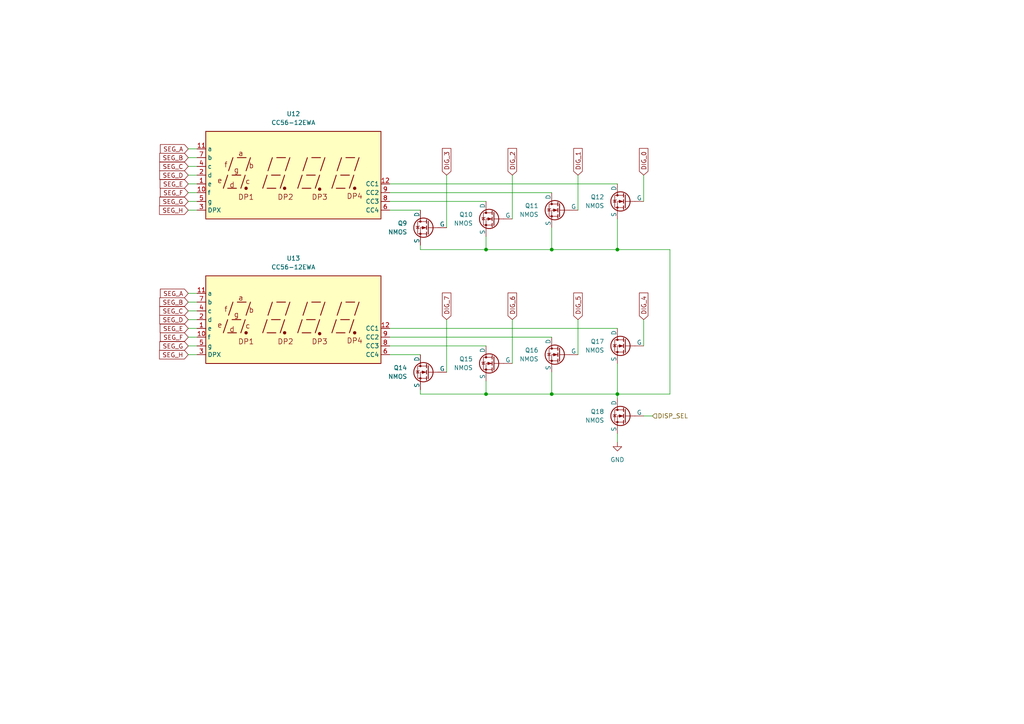
<source format=kicad_sch>
(kicad_sch (version 20231120) (generator "eeschema") (generator_version "8.0")
  (paper "A4")
  (lib_symbols
    (symbol "Display_Character:CC56-12EWA"
      (property "Reference" "U" (at -24.13 13.97 0))
      (property "Value" "CC56-12EWA" (at 19.05 13.97 0))
      (symbol "CC56-12EWA_0_0"
        (rectangle (start -25.4 12.7) (end 25.4 -12.7) (stroke (width 0.254)) (fill (type background)))
        (polyline (pts (xy -20.32 -3.81) (xy -19.05 0)) (stroke (width 0.254)))
        (polyline (pts (xy -19.05 -3.81) (xy -16.51 -3.81)) (stroke (width 0.254)))
        (polyline (pts (xy -18.796 1.27) (xy -17.526 5.08)) (stroke (width 0.254)))
        (polyline (pts (xy -17.78 0) (xy -15.24 0)) (stroke (width 0.254)))
        (polyline (pts (xy -16.256 5.08) (xy -13.716 5.08)) (stroke (width 0.254)))
        (polyline (pts (xy -15.24 -3.81) (xy -13.97 0)) (stroke (width 0.254)))
        (polyline (pts (xy -13.716 1.27) (xy -12.446 5.08)) (stroke (width 0.254)))
        (polyline (pts (xy -8.89 -3.81) (xy -7.62 0)) (stroke (width 0.254)))
        (polyline (pts (xy -7.62 -3.81) (xy -5.08 -3.81)) (stroke (width 0.254)))
        (polyline (pts (xy -7.366 1.27) (xy -6.096 5.08)) (stroke (width 0.254)))
        (polyline (pts (xy -6.35 0) (xy -3.81 0)) (stroke (width 0.254)))
        (polyline (pts (xy -4.826 5.08) (xy -2.286 5.08)) (stroke (width 0.254)))
        (polyline (pts (xy -3.81 -3.81) (xy -2.54 0)) (stroke (width 0.254)))
        (polyline (pts (xy -2.286 1.27) (xy -1.016 5.08)) (stroke (width 0.254)))
        (polyline (pts (xy 1.27 -3.81) (xy 2.54 0)) (stroke (width 0.254)))
        (polyline (pts (xy 2.54 -3.81) (xy 5.08 -3.81)) (stroke (width 0.254)))
        (polyline (pts (xy 2.794 1.27) (xy 4.064 5.08)) (stroke (width 0.254)))
        (polyline (pts (xy 3.81 0) (xy 6.35 0)) (stroke (width 0.254)))
        (polyline (pts (xy 5.334 5.08) (xy 7.874 5.08)) (stroke (width 0.254)))
        (polyline (pts (xy 6.35 -3.81) (xy 7.62 0)) (stroke (width 0.254)))
        (polyline (pts (xy 7.874 1.27) (xy 9.144 5.08)) (stroke (width 0.254)))
        (polyline (pts (xy 11.176 -3.81) (xy 12.446 0)) (stroke (width 0.254)))
        (polyline (pts (xy 12.446 -3.81) (xy 14.986 -3.81)) (stroke (width 0.254)))
        (polyline (pts (xy 12.7 1.27) (xy 13.97 5.08)) (stroke (width 0.254)))
        (polyline (pts (xy 13.716 0) (xy 16.256 0)) (stroke (width 0.254)))
        (polyline (pts (xy 15.24 5.08) (xy 17.78 5.08)) (stroke (width 0.254)))
        (polyline (pts (xy 16.256 -3.81) (xy 17.526 0)) (stroke (width 0.254)))
        (polyline (pts (xy 17.78 1.27) (xy 19.05 5.08)) (stroke (width 0.254)))
        (text "a" (at -15.24 6.35 0) (effects (font (size 1.524 1.524))))
        (text "b" (at -12.192 2.794 0) (effects (font (size 1.524 1.524))))
        (text "c" (at -13.208 -1.778 0) (effects (font (size 1.524 1.524))))
        (text "d" (at -17.78 -2.794 0) (effects (font (size 1.524 1.524))))
        (text "DP1" (at -13.716 -6.35 0) (effects (font (size 1.524 1.524))))
        (text "DP2" (at -2.286 -6.35 0) (effects (font (size 1.524 1.524))))
        (text "DP3" (at 7.62 -6.35 0) (effects (font (size 1.524 1.524))))
        (text "DP4" (at 17.78 -6.096 0) (effects (font (size 1.524 1.524))))
        (text "e" (at -21.336 -1.524 0) (effects (font (size 1.524 1.524))))
        (text "f" (at -19.558 3.048 0) (effects (font (size 1.524 1.524))))
        (text "g" (at -16.51 1.524 0) (effects (font (size 1.524 1.524))))
      )
      (symbol "CC56-12EWA_0_1"
        (circle (center -13.716 -3.81) (radius 0.3556) (stroke (width 0.254)) (fill (type outline)))
        (circle (center -2.54 -3.81) (radius 0.3556) (stroke (width 0.254)) (fill (type outline)))
      )
      (symbol "CC56-12EWA_1_0"
        (circle (center 7.62 -4.064) (radius 0.3556) (stroke (width 0.254)) (fill (type outline)))
        (circle (center 17.78 -3.81) (radius 0.3556) (stroke (width 0.254)) (fill (type outline)))
      )
      (symbol "CC56-12EWA_1_1"
        (pin input line (at -27.94 -2.54 0) (length 2.54) (name "e") (number "1"))
        (pin input line (at -27.94 -5.08 0) (length 2.54) (name "f") (number "10"))
        (pin input line (at -27.94 7.62 0) (length 2.54) (name "a") (number "11"))
        (pin input line (at 27.94 -2.54 180) (length 2.54) (name "CC1") (number "12"))
        (pin input line (at -27.94 0 0) (length 2.54) (name "d") (number "2"))
        (pin input line (at -27.94 -10.16 0) (length 2.54) (name "DPX") (number "3"))
        (pin input line (at -27.94 2.54 0) (length 2.54) (name "c") (number "4"))
        (pin input line (at -27.94 -7.62 0) (length 2.54) (name "g") (number "5"))
        (pin input line (at 27.94 -10.16 180) (length 2.54) (name "CC4") (number "6"))
        (pin input line (at -27.94 5.08 0) (length 2.54) (name "b") (number "7"))
        (pin input line (at 27.94 -7.62 180) (length 2.54) (name "CC3") (number "8"))
        (pin input line (at 27.94 -5.08 180) (length 2.54) (name "CC2") (number "9"))
      )
    )
    (symbol "Simulation_SPICE:NMOS" (pin_numbers hide) (pin_names (offset 0))
      (property "Reference" "Q" (at 5.08 1.27 0))
      (property "Value" "NMOS" (at 5.08 -1.27 0))
      (symbol "NMOS_0_1"
        (polyline (pts (xy 0.254 0) (xy -2.54 0)))
        (polyline (pts (xy 0.254 1.905) (xy 0.254 -1.905)) (stroke (width 0.254)))
        (polyline (pts (xy 0.762 -1.27) (xy 0.762 -2.286)) (stroke (width 0.254)))
        (polyline (pts (xy 0.762 0.508) (xy 0.762 -0.508)) (stroke (width 0.254)))
        (polyline (pts (xy 0.762 2.286) (xy 0.762 1.27)) (stroke (width 0.254)))
        (polyline (pts (xy 2.54 2.54) (xy 2.54 1.778)))
        (polyline (pts (xy 2.54 -2.54) (xy 2.54 0) (xy 0.762 0)))
        (polyline (pts (xy 0.762 -1.778) (xy 3.302 -1.778) (xy 3.302 1.778) (xy 0.762 1.778)))
        (polyline (pts (xy 1.016 0) (xy 2.032 0.381) (xy 2.032 -0.381) (xy 1.016 0)) (fill (type outline)))
        (polyline (pts (xy 2.794 0.508) (xy 2.921 0.381) (xy 3.683 0.381) (xy 3.81 0.254)))
        (polyline (pts (xy 3.302 0.381) (xy 2.921 -0.254) (xy 3.683 -0.254) (xy 3.302 0.381)))
        (circle (center 1.651 0) (radius 2.794) (stroke (width 0.254)))
        (circle (center 2.54 -1.778) (radius 0.254) (fill (type outline)))
        (circle (center 2.54 1.778) (radius 0.254) (fill (type outline)))
      )
      (symbol "NMOS_1_1"
        (pin passive line (at 2.54 5.08 270) (length 2.54) (name "D") (number "1"))
        (pin input line (at -5.08 0 0) (length 2.54) (name "G") (number "2"))
        (pin passive line (at 2.54 -5.08 90) (length 2.54) (name "S") (number "3"))
      )
    )
    (symbol "power:GND" (power) (pin_names (offset 0))
      (property "Value" "GND" (at 0 -3.81 0))
      (symbol "GND_0_1"
        (polyline (pts (xy 0 0) (xy 0 -1.27) (xy 1.27 -1.27) (xy 0 -2.54) (xy -1.27 -1.27) (xy 0 -1.27)))
      )
      (symbol "GND_1_1"
        (pin power_in line (at 0 0 270) (length 0) hide (name "GND") (number "1"))
      )
    )
  )
  (junction (at 179.07 72.39))
  (junction (at 179.07 114.3))
  (junction (at 140.97 114.3))
  (junction (at 160.02 72.39))
  (junction (at 140.97 72.39))
  (junction (at 160.02 114.3))
  (wire (pts (xy 179.07 125.73) (xy 179.07 128.27)))
  (wire (pts (xy 160.02 114.3) (xy 140.97 114.3)))
  (wire (pts (xy 54.61 60.96) (xy 57.15 60.96)))
  (wire (pts (xy 148.59 92.71) (xy 148.59 105.41)))
  (wire (pts (xy 113.03 102.87) (xy 121.92 102.87)))
  (wire (pts (xy 54.61 85.09) (xy 57.15 85.09)))
  (wire (pts (xy 121.92 72.39) (xy 140.97 72.39)))
  (wire (pts (xy 54.61 92.71) (xy 57.15 92.71)))
  (wire (pts (xy 129.54 92.71) (xy 129.54 107.95)))
  (wire (pts (xy 54.61 95.25) (xy 57.15 95.25)))
  (wire (pts (xy 113.03 58.42) (xy 140.97 58.42)))
  (wire (pts (xy 54.61 58.42) (xy 57.15 58.42)))
  (wire (pts (xy 113.03 95.25) (xy 179.07 95.25)))
  (wire (pts (xy 160.02 107.95) (xy 160.02 114.3)))
  (wire (pts (xy 194.31 114.3) (xy 179.07 114.3)))
  (wire (pts (xy 186.69 92.71) (xy 186.69 100.33)))
  (wire (pts (xy 167.64 50.8) (xy 167.64 60.96)))
  (wire (pts (xy 179.07 72.39) (xy 194.31 72.39)))
  (wire (pts (xy 121.92 114.3) (xy 140.97 114.3)))
  (wire (pts (xy 54.61 43.18) (xy 57.15 43.18)))
  (wire (pts (xy 54.61 50.8) (xy 57.15 50.8)))
  (wire (pts (xy 54.61 45.72) (xy 57.15 45.72)))
  (wire (pts (xy 140.97 68.58) (xy 140.97 72.39)))
  (wire (pts (xy 54.61 48.26) (xy 57.15 48.26)))
  (wire (pts (xy 160.02 66.04) (xy 160.02 72.39)))
  (wire (pts (xy 186.69 50.8) (xy 186.69 58.42)))
  (wire (pts (xy 179.07 115.57) (xy 179.07 114.3)))
  (wire (pts (xy 113.03 100.33) (xy 140.97 100.33)))
  (wire (pts (xy 54.61 102.87) (xy 57.15 102.87)))
  (wire (pts (xy 148.59 50.8) (xy 148.59 63.5)))
  (wire (pts (xy 113.03 60.96) (xy 121.92 60.96)))
  (wire (pts (xy 179.07 114.3) (xy 160.02 114.3)))
  (wire (pts (xy 54.61 87.63) (xy 57.15 87.63)))
  (wire (pts (xy 113.03 97.79) (xy 160.02 97.79)))
  (wire (pts (xy 54.61 55.88) (xy 57.15 55.88)))
  (wire (pts (xy 54.61 53.34) (xy 57.15 53.34)))
  (wire (pts (xy 113.03 55.88) (xy 160.02 55.88)))
  (wire (pts (xy 129.54 50.8) (xy 129.54 66.04)))
  (wire (pts (xy 179.07 63.5) (xy 179.07 72.39)))
  (wire (pts (xy 179.07 105.41) (xy 179.07 114.3)))
  (wire (pts (xy 54.61 100.33) (xy 57.15 100.33)))
  (wire (pts (xy 194.31 72.39) (xy 194.31 114.3)))
  (wire (pts (xy 121.92 113.03) (xy 121.92 114.3)))
  (wire (pts (xy 167.64 92.71) (xy 167.64 102.87)))
  (wire (pts (xy 160.02 72.39) (xy 140.97 72.39)))
  (wire (pts (xy 121.92 71.12) (xy 121.92 72.39)))
  (wire (pts (xy 186.69 120.65) (xy 189.23 120.65)))
  (wire (pts (xy 54.61 90.17) (xy 57.15 90.17)))
  (wire (pts (xy 54.61 97.79) (xy 57.15 97.79)))
  (wire (pts (xy 140.97 110.49) (xy 140.97 114.3)))
  (wire (pts (xy 179.07 72.39) (xy 160.02 72.39)))
  (wire (pts (xy 113.03 53.34) (xy 179.07 53.34)))
  (global_label "SEG_D" (shape input) (at 54.61 92.71 180) (property "Intersheetrefs" "${INTERSHEET_REFS}" (effects (hide yes))))
  (global_label "SEG_C" (shape input) (at 54.61 90.17 180) (property "Intersheetrefs" "${INTERSHEET_REFS}" (effects (hide yes))))
  (global_label "SEG_C" (shape input) (at 54.61 48.26 180) (property "Intersheetrefs" "${INTERSHEET_REFS}" (effects (hide yes))))
  (global_label "DIG_7" (shape input) (at 129.54 92.71 90) (property "Intersheetrefs" "${INTERSHEET_REFS}" (effects (hide yes))))
  (global_label "SEG_A" (shape input) (at 54.61 85.09 180) (property "Intersheetrefs" "${INTERSHEET_REFS}" (effects (hide yes))))
  (global_label "DIG_1" (shape input) (at 167.64 50.8 90) (property "Intersheetrefs" "${INTERSHEET_REFS}" (effects (hide yes))))
  (global_label "SEG_D" (shape input) (at 54.61 50.8 180) (property "Intersheetrefs" "${INTERSHEET_REFS}" (effects (hide yes))))
  (global_label "SEG_G" (shape input) (at 54.61 58.42 180) (property "Intersheetrefs" "${INTERSHEET_REFS}" (effects (hide yes))))
  (global_label "SEG_G" (shape input) (at 54.61 100.33 180) (property "Intersheetrefs" "${INTERSHEET_REFS}" (effects (hide yes))))
  (global_label "SEG_E" (shape input) (at 54.61 95.25 180) (property "Intersheetrefs" "${INTERSHEET_REFS}" (effects (hide yes))))
  (global_label "DIG_3" (shape input) (at 129.54 50.8 90) (property "Intersheetrefs" "${INTERSHEET_REFS}" (effects (hide yes))))
  (global_label "SEG_F" (shape input) (at 54.61 97.79 180) (property "Intersheetrefs" "${INTERSHEET_REFS}" (effects (hide yes))))
  (global_label "DIG_6" (shape input) (at 148.59 92.71 90) (property "Intersheetrefs" "${INTERSHEET_REFS}" (effects (hide yes))))
  (global_label "SEG_H" (shape input) (at 54.61 60.96 180) (property "Intersheetrefs" "${INTERSHEET_REFS}" (effects (hide yes))))
  (global_label "DIG_4" (shape input) (at 186.69 92.71 90) (property "Intersheetrefs" "${INTERSHEET_REFS}" (effects (hide yes))))
  (global_label "SEG_E" (shape input) (at 54.61 53.34 180) (property "Intersheetrefs" "${INTERSHEET_REFS}" (effects (hide yes))))
  (global_label "DIG_0" (shape input) (at 186.69 50.8 90) (property "Intersheetrefs" "${INTERSHEET_REFS}" (effects (hide yes))))
  (global_label "SEG_H" (shape input) (at 54.61 102.87 180) (property "Intersheetrefs" "${INTERSHEET_REFS}" (effects (hide yes))))
  (global_label "SEG_A" (shape input) (at 54.61 43.18 180) (property "Intersheetrefs" "${INTERSHEET_REFS}" (effects (hide yes))))
  (global_label "SEG_F" (shape input) (at 54.61 55.88 180) (property "Intersheetrefs" "${INTERSHEET_REFS}" (effects (hide yes))))
  (global_label "DIG_5" (shape input) (at 167.64 92.71 90) (property "Intersheetrefs" "${INTERSHEET_REFS}" (effects (hide yes))))
  (global_label "DIG_2" (shape input) (at 148.59 50.8 90) (property "Intersheetrefs" "${INTERSHEET_REFS}" (effects (hide yes))))
  (global_label "SEG_B" (shape input) (at 54.61 87.63 180) (property "Intersheetrefs" "${INTERSHEET_REFS}" (effects (hide yes))))
  (global_label "SEG_B" (shape input) (at 54.61 45.72 180) (property "Intersheetrefs" "${INTERSHEET_REFS}" (effects (hide yes))))
  (hierarchical_label "DISP_SEL" (shape input) (at 189.23 120.65 0))
  (symbol (lib_id "Simulation_SPICE:NMOS") (at 143.51 105.41 0) (mirror y) (unit 1)
    (property "Reference" "Q15" (at 137.16 104.14 0) (effects (justify left)))
    (property "Value" "NMOS" (at 137.16 106.68 0) (effects (justify left)))
    (property "Footprint" "Custom_Library:SOT-23N" (effects (hide yes)))
    (property "Datasheet" "https://ngspice.sourceforge.io/docs/ngspice-manual.pdf" (effects (hide yes)))
    (property "Sim.Device" "NMOS" (effects (hide yes)))
    (property "Sim.Type" "VDMOS" (effects (hide yes)))
    (property "Sim.Pins" "1=D 2=G 3=S" (effects (hide yes)))
    (instances (project "Claculator_Display" (path "" (reference "Q15") (unit 1)) (path "" (reference "Q21") (unit 1)) (path "" (reference "Q30") (unit 1)) (path "" (reference "Q39") (unit 1)) (path "" (reference "Q48") (unit 1)) (path "" (reference "Q57") (unit 1)) (path "" (reference "Q66") (unit 1)) (path "" (reference "Q75") (unit 1))))
  )
  (symbol (lib_id "Simulation_SPICE:NMOS") (at 162.56 60.96 0) (mirror y) (unit 1)
    (property "Reference" "Q11" (at 156.21 59.69 0) (effects (justify left)))
    (property "Value" "NMOS" (at 156.21 62.23 0) (effects (justify left)))
    (property "Footprint" "Custom_Library:SOT-23N" (effects (hide yes)))
    (property "Datasheet" "https://ngspice.sourceforge.io/docs/ngspice-manual.pdf" (effects (hide yes)))
    (property "Sim.Device" "NMOS" (effects (hide yes)))
    (property "Sim.Type" "VDMOS" (effects (hide yes)))
    (property "Sim.Pins" "1=D 2=G 3=S" (effects (hide yes)))
    (instances (project "Claculator_Display" (path "" (reference "Q11") (unit 1)) (path "" (reference "Q22") (unit 1)) (path "" (reference "Q31") (unit 1)) (path "" (reference "Q40") (unit 1)) (path "" (reference "Q49") (unit 1)) (path "" (reference "Q58") (unit 1)) (path "" (reference "Q67") (unit 1)) (path "" (reference "Q76") (unit 1))))
  )
  (symbol (lib_id "power:GND") (at 179.07 128.27 0) (unit 1)
    (property "Reference" "#PWR042" (effects (hide yes)))
    (property "Value" "GND" (at 179.07 133.35 0))
    (instances (project "Claculator_Display" (path "" (reference "#PWR042") (unit 1)) (path "" (reference "#PWR049") (unit 1)) (path "" (reference "#PWR050") (unit 1)) (path "" (reference "#PWR051") (unit 1)) (path "" (reference "#PWR052") (unit 1)) (path "" (reference "#PWR053") (unit 1)) (path "" (reference "#PWR054") (unit 1)) (path "" (reference "#PWR055") (unit 1))))
  )
  (symbol (lib_id "Simulation_SPICE:NMOS") (at 181.61 100.33 0) (mirror y) (unit 1)
    (property "Reference" "Q17" (at 175.26 99.06 0) (effects (justify left)))
    (property "Value" "NMOS" (at 175.26 101.6 0) (effects (justify left)))
    (property "Footprint" "Custom_Library:SOT-23N" (effects (hide yes)))
    (property "Datasheet" "https://ngspice.sourceforge.io/docs/ngspice-manual.pdf" (effects (hide yes)))
    (property "Sim.Device" "NMOS" (effects (hide yes)))
    (property "Sim.Type" "VDMOS" (effects (hide yes)))
    (property "Sim.Pins" "1=D 2=G 3=S" (effects (hide yes)))
    (instances (project "Claculator_Display" (path "" (reference "Q17") (unit 1)) (path "" (reference "Q25") (unit 1)) (path "" (reference "Q34") (unit 1)) (path "" (reference "Q43") (unit 1)) (path "" (reference "Q52") (unit 1)) (path "" (reference "Q61") (unit 1)) (path "" (reference "Q70") (unit 1)) (path "" (reference "Q79") (unit 1))))
  )
  (symbol (lib_id "Display_Character:CC56-12EWA") (at 85.09 92.71 0) (unit 1)
    (property "Reference" "U13" (at 85.09 74.93 0))
    (property "Value" "CC56-12EWA" (at 85.09 77.47 0))
    (property "Footprint" "Display_7Segment:CA56-12EWA" (effects (hide yes)))
    (property "Datasheet" "http://www.kingbrightusa.com/images/catalog/SPEC/CA56-12EWA.pdf" (effects (hide yes)))
    (instances (project "Claculator_Display" (path "" (reference "U13") (unit 1)) (path "" (reference "U19") (unit 1)) (path "" (reference "U21") (unit 1)) (path "" (reference "U23") (unit 1)) (path "" (reference "U25") (unit 1)) (path "" (reference "U27") (unit 1)) (path "" (reference "U29") (unit 1)) (path "" (reference "U31") (unit 1))))
  )
  (symbol (lib_id "Simulation_SPICE:NMOS") (at 143.51 63.5 0) (mirror y) (unit 1)
    (property "Reference" "Q10" (at 137.16 62.23 0) (effects (justify left)))
    (property "Value" "NMOS" (at 137.16 64.77 0) (effects (justify left)))
    (property "Footprint" "Custom_Library:SOT-23N" (effects (hide yes)))
    (property "Datasheet" "https://ngspice.sourceforge.io/docs/ngspice-manual.pdf" (effects (hide yes)))
    (property "Sim.Device" "NMOS" (effects (hide yes)))
    (property "Sim.Type" "VDMOS" (effects (hide yes)))
    (property "Sim.Pins" "1=D 2=G 3=S" (effects (hide yes)))
    (instances (project "Claculator_Display" (path "" (reference "Q10") (unit 1)) (path "" (reference "Q20") (unit 1)) (path "" (reference "Q29") (unit 1)) (path "" (reference "Q38") (unit 1)) (path "" (reference "Q47") (unit 1)) (path "" (reference "Q56") (unit 1)) (path "" (reference "Q65") (unit 1)) (path "" (reference "Q74") (unit 1))))
  )
  (symbol (lib_id "Simulation_SPICE:NMOS") (at 162.56 102.87 0) (mirror y) (unit 1)
    (property "Reference" "Q16" (at 156.21 101.6 0) (effects (justify left)))
    (property "Value" "NMOS" (at 156.21 104.14 0) (effects (justify left)))
    (property "Footprint" "Custom_Library:SOT-23N" (effects (hide yes)))
    (property "Datasheet" "https://ngspice.sourceforge.io/docs/ngspice-manual.pdf" (effects (hide yes)))
    (property "Sim.Device" "NMOS" (effects (hide yes)))
    (property "Sim.Type" "VDMOS" (effects (hide yes)))
    (property "Sim.Pins" "1=D 2=G 3=S" (effects (hide yes)))
    (instances (project "Claculator_Display" (path "" (reference "Q16") (unit 1)) (path "" (reference "Q23") (unit 1)) (path "" (reference "Q32") (unit 1)) (path "" (reference "Q41") (unit 1)) (path "" (reference "Q50") (unit 1)) (path "" (reference "Q59") (unit 1)) (path "" (reference "Q68") (unit 1)) (path "" (reference "Q77") (unit 1))))
  )
  (symbol (lib_id "Simulation_SPICE:NMOS") (at 124.46 66.04 0) (mirror y) (unit 1)
    (property "Reference" "Q9" (at 118.11 64.77 0) (effects (justify left)))
    (property "Value" "NMOS" (at 118.11 67.31 0) (effects (justify left)))
    (property "Footprint" "Custom_Library:SOT-23N" (effects (hide yes)))
    (property "Datasheet" "https://ngspice.sourceforge.io/docs/ngspice-manual.pdf" (effects (hide yes)))
    (property "Sim.Device" "NMOS" (effects (hide yes)))
    (property "Sim.Type" "VDMOS" (effects (hide yes)))
    (property "Sim.Pins" "1=D 2=G 3=S" (effects (hide yes)))
    (instances (project "Claculator_Display" (path "" (reference "Q9") (unit 1)) (path "" (reference "Q13") (unit 1)) (path "" (reference "Q27") (unit 1)) (path "" (reference "Q36") (unit 1)) (path "" (reference "Q45") (unit 1)) (path "" (reference "Q54") (unit 1)) (path "" (reference "Q63") (unit 1)) (path "" (reference "Q72") (unit 1))))
  )
  (symbol (lib_id "Simulation_SPICE:NMOS") (at 181.61 120.65 0) (mirror y) (unit 1)
    (property "Reference" "Q18" (at 175.26 119.38 0) (effects (justify left)))
    (property "Value" "NMOS" (at 175.26 121.92 0) (effects (justify left)))
    (property "Footprint" "Custom_Library:SOT-23N" (effects (hide yes)))
    (property "Datasheet" "https://ngspice.sourceforge.io/docs/ngspice-manual.pdf" (effects (hide yes)))
    (property "Sim.Device" "NMOS" (effects (hide yes)))
    (property "Sim.Type" "VDMOS" (effects (hide yes)))
    (property "Sim.Pins" "1=D 2=G 3=S" (effects (hide yes)))
    (instances (project "Claculator_Display" (path "" (reference "Q18") (unit 1)) (path "" (reference "Q26") (unit 1)) (path "" (reference "Q35") (unit 1)) (path "" (reference "Q44") (unit 1)) (path "" (reference "Q53") (unit 1)) (path "" (reference "Q62") (unit 1)) (path "" (reference "Q71") (unit 1)) (path "" (reference "Q80") (unit 1))))
  )
  (symbol (lib_id "Simulation_SPICE:NMOS") (at 124.46 107.95 0) (mirror y) (unit 1)
    (property "Reference" "Q14" (at 118.11 106.68 0) (effects (justify left)))
    (property "Value" "NMOS" (at 118.11 109.22 0) (effects (justify left)))
    (property "Footprint" "Custom_Library:SOT-23N" (effects (hide yes)))
    (property "Datasheet" "https://ngspice.sourceforge.io/docs/ngspice-manual.pdf" (effects (hide yes)))
    (property "Sim.Device" "NMOS" (effects (hide yes)))
    (property "Sim.Type" "VDMOS" (effects (hide yes)))
    (property "Sim.Pins" "1=D 2=G 3=S" (effects (hide yes)))
    (instances (project "Claculator_Display" (path "" (reference "Q14") (unit 1)) (path "" (reference "Q19") (unit 1)) (path "" (reference "Q28") (unit 1)) (path "" (reference "Q37") (unit 1)) (path "" (reference "Q46") (unit 1)) (path "" (reference "Q55") (unit 1)) (path "" (reference "Q64") (unit 1)) (path "" (reference "Q73") (unit 1))))
  )
  (symbol (lib_id "Simulation_SPICE:NMOS") (at 181.61 58.42 0) (mirror y) (unit 1)
    (property "Reference" "Q12" (at 175.26 57.15 0) (effects (justify left)))
    (property "Value" "NMOS" (at 175.26 59.69 0) (effects (justify left)))
    (property "Footprint" "Custom_Library:SOT-23N" (effects (hide yes)))
    (property "Datasheet" "https://ngspice.sourceforge.io/docs/ngspice-manual.pdf" (effects (hide yes)))
    (property "Sim.Device" "NMOS" (effects (hide yes)))
    (property "Sim.Type" "VDMOS" (effects (hide yes)))
    (property "Sim.Pins" "1=D 2=G 3=S" (effects (hide yes)))
    (instances (project "Claculator_Display" (path "" (reference "Q12") (unit 1)) (path "" (reference "Q24") (unit 1)) (path "" (reference "Q33") (unit 1)) (path "" (reference "Q42") (unit 1)) (path "" (reference "Q51") (unit 1)) (path "" (reference "Q60") (unit 1)) (path "" (reference "Q69") (unit 1)) (path "" (reference "Q78") (unit 1))))
  )
  (symbol (lib_id "Display_Character:CC56-12EWA") (at 85.09 50.8 0) (unit 1)
    (property "Reference" "U12" (at 85.09 33.02 0))
    (property "Value" "CC56-12EWA" (at 85.09 35.56 0))
    (property "Footprint" "Display_7Segment:CA56-12EWA" (effects (hide yes)))
    (property "Datasheet" "http://www.kingbrightusa.com/images/catalog/SPEC/CA56-12EWA.pdf" (effects (hide yes)))
    (instances (project "Claculator_Display" (path "" (reference "U12") (unit 1)) (path "" (reference "U18") (unit 1)) (path "" (reference "U20") (unit 1)) (path "" (reference "U22") (unit 1)) (path "" (reference "U24") (unit 1)) (path "" (reference "U26") (unit 1)) (path "" (reference "U28") (unit 1)) (path "" (reference "U30") (unit 1))))
  )
)
</source>
